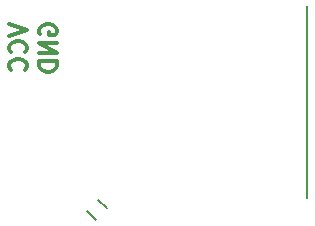
<source format=gbo>
G04 #@! TF.FileFunction,Legend,Bot*
%FSLAX46Y46*%
G04 Gerber Fmt 4.6, Leading zero omitted, Abs format (unit mm)*
G04 Created by KiCad (PCBNEW (2014-12-04 BZR 5312)-product) date 8/01/2015 8:05:32 PM*
%MOMM*%
G01*
G04 APERTURE LIST*
%ADD10C,0.100000*%
%ADD11C,0.300000*%
%ADD12C,0.150000*%
G04 APERTURE END LIST*
D10*
D11*
X166310571Y-60484000D02*
X167810571Y-60984000D01*
X166310571Y-61484000D01*
X167667714Y-62841143D02*
X167739143Y-62769714D01*
X167810571Y-62555428D01*
X167810571Y-62412571D01*
X167739143Y-62198286D01*
X167596286Y-62055428D01*
X167453429Y-61984000D01*
X167167714Y-61912571D01*
X166953429Y-61912571D01*
X166667714Y-61984000D01*
X166524857Y-62055428D01*
X166382000Y-62198286D01*
X166310571Y-62412571D01*
X166310571Y-62555428D01*
X166382000Y-62769714D01*
X166453429Y-62841143D01*
X167667714Y-64341143D02*
X167739143Y-64269714D01*
X167810571Y-64055428D01*
X167810571Y-63912571D01*
X167739143Y-63698286D01*
X167596286Y-63555428D01*
X167453429Y-63484000D01*
X167167714Y-63412571D01*
X166953429Y-63412571D01*
X166667714Y-63484000D01*
X166524857Y-63555428D01*
X166382000Y-63698286D01*
X166310571Y-63912571D01*
X166310571Y-64055428D01*
X166382000Y-64269714D01*
X166453429Y-64341143D01*
X168922000Y-61341143D02*
X168850571Y-61198286D01*
X168850571Y-60984000D01*
X168922000Y-60769715D01*
X169064857Y-60626857D01*
X169207714Y-60555429D01*
X169493429Y-60484000D01*
X169707714Y-60484000D01*
X169993429Y-60555429D01*
X170136286Y-60626857D01*
X170279143Y-60769715D01*
X170350571Y-60984000D01*
X170350571Y-61126857D01*
X170279143Y-61341143D01*
X170207714Y-61412572D01*
X169707714Y-61412572D01*
X169707714Y-61126857D01*
X170350571Y-62055429D02*
X168850571Y-62055429D01*
X170350571Y-62912572D01*
X168850571Y-62912572D01*
X170350571Y-63626858D02*
X168850571Y-63626858D01*
X168850571Y-63984001D01*
X168922000Y-64198286D01*
X169064857Y-64341144D01*
X169207714Y-64412572D01*
X169493429Y-64484001D01*
X169707714Y-64484001D01*
X169993429Y-64412572D01*
X170136286Y-64341144D01*
X170279143Y-64198286D01*
X170350571Y-63984001D01*
X170350571Y-63626858D01*
D12*
X191516000Y-58928000D02*
X191516000Y-60960000D01*
X191516000Y-60960000D02*
X191516000Y-62992000D01*
X191516000Y-62992000D02*
X191516000Y-65024000D01*
X191516000Y-65024000D02*
X191516000Y-67056000D01*
X191516000Y-67056000D02*
X191516000Y-69088000D01*
X191516000Y-69088000D02*
X191516000Y-71120000D01*
X191516000Y-71120000D02*
X191516000Y-73152000D01*
X191516000Y-73152000D02*
X191516000Y-75184000D01*
X174566850Y-76076256D02*
X173859744Y-75369150D01*
X172905150Y-76323744D02*
X173612256Y-77030850D01*
M02*

</source>
